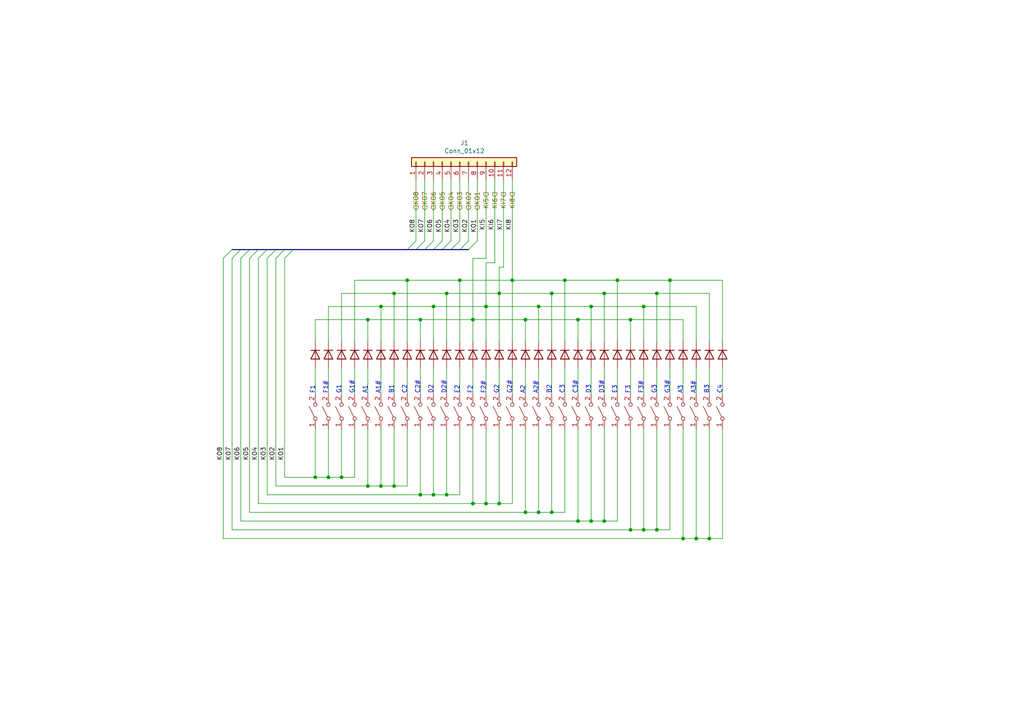
<source format=kicad_sch>
(kicad_sch (version 20201015) (generator eeschema)
  (paper "A4")
  (lib_symbols
    (symbol "Connector_Generic:Conn_01x12" (pin_names (offset 1.016) hide)
      (property "Reference" "J" (at 0 15.24 0))
      (property "Value" "Conn_01x12" (at 0 -17.78 0))
      (symbol "Conn_01x12_1_1"
        (rectangle (start -1.27 -4.953) (end 0 -5.207) (stroke (width 0.1524)))
        (rectangle (start -1.27 -7.493) (end 0 -7.747) (stroke (width 0.1524)))
        (rectangle (start -1.27 -10.033) (end 0 -10.287) (stroke (width 0.1524)))
        (rectangle (start -1.27 -12.573) (end 0 -12.827) (stroke (width 0.1524)))
        (rectangle (start -1.27 -15.113) (end 0 -15.367) (stroke (width 0.1524)))
        (rectangle (start -1.27 -2.413) (end 0 -2.667) (stroke (width 0.1524)))
        (rectangle (start -1.27 2.667) (end 0 2.413) (stroke (width 0.1524)))
        (rectangle (start -1.27 5.207) (end 0 4.953) (stroke (width 0.1524)))
        (rectangle (start -1.27 7.747) (end 0 7.493) (stroke (width 0.1524)))
        (rectangle (start -1.27 10.287) (end 0 10.033) (stroke (width 0.1524)))
        (rectangle (start -1.27 0.127) (end 0 -0.127) (stroke (width 0.1524)))
        (rectangle (start -1.27 12.827) (end 0 12.573) (stroke (width 0.1524)))
        (rectangle (start -1.27 13.97) (end 1.27 -16.51) (stroke (width 0.254)) (fill (type background)))
        (pin passive line (at -5.08 12.7 0) (length 3.81) (name "Pin_1") (number "1"))
        (pin passive line (at -5.08 -10.16 0) (length 3.81) (name "Pin_10") (number "10"))
        (pin passive line (at -5.08 -12.7 0) (length 3.81) (name "Pin_11") (number "11"))
        (pin passive line (at -5.08 -15.24 0) (length 3.81) (name "Pin_12") (number "12"))
        (pin passive line (at -5.08 10.16 0) (length 3.81) (name "Pin_2") (number "2"))
        (pin passive line (at -5.08 7.62 0) (length 3.81) (name "Pin_3") (number "3"))
        (pin passive line (at -5.08 5.08 0) (length 3.81) (name "Pin_4") (number "4"))
        (pin passive line (at -5.08 2.54 0) (length 3.81) (name "Pin_5") (number "5"))
        (pin passive line (at -5.08 0 0) (length 3.81) (name "Pin_6") (number "6"))
        (pin passive line (at -5.08 -2.54 0) (length 3.81) (name "Pin_7") (number "7"))
        (pin passive line (at -5.08 -5.08 0) (length 3.81) (name "Pin_8") (number "8"))
        (pin passive line (at -5.08 -7.62 0) (length 3.81) (name "Pin_9") (number "9"))
      )
    )
    (symbol "Device:D" (pin_numbers hide) (pin_names (offset 1.016) hide)
      (property "Reference" "D" (at 0 2.54 0))
      (property "Value" "D" (at 0 -2.54 0))
      (symbol "D_0_1"
        (polyline (pts (xy -1.27 1.27) (xy -1.27 -1.27)) (stroke (width 0.254)))
        (polyline (pts (xy 1.27 0) (xy -1.27 0)))
        (polyline (pts (xy 1.27 1.27) (xy 1.27 -1.27) (xy -1.27 0) (xy 1.27 1.27)) (stroke (width 0.254)))
      )
      (symbol "D_1_1"
        (pin passive line (at -3.81 0 0) (length 2.54) (name "K") (number "1"))
        (pin passive line (at 3.81 0 180) (length 2.54) (name "A") (number "2"))
      )
    )
    (symbol "Switch:SW_SPST" (pin_names (offset 0) hide)
      (property "Reference" "SW" (at 0 3.175 0))
      (property "Value" "SW_SPST" (at 0 -2.54 0))
      (symbol "SW_SPST_0_0"
        (circle (center -2.032 0) (radius 0.508))
        (circle (center 2.032 0) (radius 0.508))
        (polyline (pts (xy -1.524 0.254) (xy 1.524 1.778)))
      )
      (symbol "SW_SPST_1_1"
        (pin passive line (at -5.08 0 0) (length 2.54) (name "A") (number "1"))
        (pin passive line (at 5.08 0 180) (length 2.54) (name "B") (number "2"))
      )
    )
  )
  (junction (at 91.44 138.43) (diameter 0.9144))
  (junction (at 95.25 138.43) (diameter 0.9144))
  (junction (at 99.06 138.43) (diameter 0.9144))
  (junction (at 106.68 92.71) (diameter 0.9144))
  (junction (at 106.68 140.97) (diameter 0.9144))
  (junction (at 110.49 88.9) (diameter 0.9144))
  (junction (at 110.49 140.97) (diameter 0.9144))
  (junction (at 114.3 85.09) (diameter 0.9144))
  (junction (at 114.3 140.97) (diameter 0.9144))
  (junction (at 118.11 81.28) (diameter 0.9144))
  (junction (at 121.92 92.71) (diameter 0.9144))
  (junction (at 121.92 143.51) (diameter 0.9144))
  (junction (at 125.73 88.9) (diameter 0.9144))
  (junction (at 125.73 143.51) (diameter 0.9144))
  (junction (at 129.54 85.09) (diameter 0.9144))
  (junction (at 129.54 143.51) (diameter 0.9144))
  (junction (at 133.35 81.28) (diameter 0.9144))
  (junction (at 137.16 92.71) (diameter 0.9144))
  (junction (at 137.16 146.05) (diameter 0.9144))
  (junction (at 140.97 88.9) (diameter 0.9144))
  (junction (at 140.97 146.05) (diameter 0.9144))
  (junction (at 144.78 85.09) (diameter 0.9144))
  (junction (at 144.78 146.05) (diameter 0.9144))
  (junction (at 148.59 81.28) (diameter 0.9144))
  (junction (at 152.4 92.71) (diameter 0.9144))
  (junction (at 152.4 148.59) (diameter 0.9144))
  (junction (at 156.21 88.9) (diameter 0.9144))
  (junction (at 156.21 148.59) (diameter 0.9144))
  (junction (at 160.02 85.09) (diameter 0.9144))
  (junction (at 160.02 148.59) (diameter 0.9144))
  (junction (at 163.83 81.28) (diameter 0.9144))
  (junction (at 167.64 92.71) (diameter 0.9144))
  (junction (at 167.64 151.13) (diameter 0.9144))
  (junction (at 171.45 88.9) (diameter 0.9144))
  (junction (at 171.45 151.13) (diameter 0.9144))
  (junction (at 175.26 85.09) (diameter 0.9144))
  (junction (at 175.26 151.13) (diameter 0.9144))
  (junction (at 179.07 81.28) (diameter 0.9144))
  (junction (at 182.88 92.71) (diameter 0.9144))
  (junction (at 182.88 153.67) (diameter 0.9144))
  (junction (at 186.69 88.9) (diameter 0.9144))
  (junction (at 186.69 153.67) (diameter 0.9144))
  (junction (at 190.5 85.09) (diameter 0.9144))
  (junction (at 190.5 153.67) (diameter 0.9144))
  (junction (at 194.31 81.28) (diameter 0.9144))
  (junction (at 198.12 156.21) (diameter 0.9144))
  (junction (at 201.93 156.21) (diameter 0.9144))
  (junction (at 205.74 156.21) (diameter 0.9144))
  (bus_entry (at 64.77 74.93) (size 2.54 -2.54) (stroke (width 0.1524)))
  (bus_entry (at 67.31 74.93) (size 2.54 -2.54) (stroke (width 0.1524)))
  (bus_entry (at 69.85 74.93) (size 2.54 -2.54) (stroke (width 0.1524)))
  (bus_entry (at 72.39 74.93) (size 2.54 -2.54) (stroke (width 0.1524)))
  (bus_entry (at 74.93 74.93) (size 2.54 -2.54) (stroke (width 0.1524)))
  (bus_entry (at 77.47 74.93) (size 2.54 -2.54) (stroke (width 0.1524)))
  (bus_entry (at 80.01 74.93) (size 2.54 -2.54) (stroke (width 0.1524)))
  (bus_entry (at 82.55 74.93) (size 2.54 -2.54) (stroke (width 0.1524)))
  (bus_entry (at 120.65 69.85) (size -2.54 2.54) (stroke (width 0.1524)))
  (bus_entry (at 123.19 69.85) (size -2.54 2.54) (stroke (width 0.1524)))
  (bus_entry (at 125.73 69.85) (size -2.54 2.54) (stroke (width 0.1524)))
  (bus_entry (at 128.27 69.85) (size -2.54 2.54) (stroke (width 0.1524)))
  (bus_entry (at 130.81 69.85) (size -2.54 2.54) (stroke (width 0.1524)))
  (bus_entry (at 133.35 69.85) (size -2.54 2.54) (stroke (width 0.1524)))
  (bus_entry (at 135.89 69.85) (size -2.54 2.54) (stroke (width 0.1524)))
  (bus_entry (at 138.43 69.85) (size -2.54 2.54) (stroke (width 0.1524)))
  (wire (pts (xy 64.77 74.93) (xy 64.77 156.21)))
  (wire (pts (xy 64.77 156.21) (xy 198.12 156.21)))
  (wire (pts (xy 67.31 74.93) (xy 67.31 153.67)))
  (wire (pts (xy 67.31 153.67) (xy 182.88 153.67)))
  (wire (pts (xy 69.85 74.93) (xy 69.85 151.13)))
  (wire (pts (xy 69.85 151.13) (xy 167.64 151.13)))
  (wire (pts (xy 72.39 74.93) (xy 72.39 148.59)))
  (wire (pts (xy 72.39 148.59) (xy 152.4 148.59)))
  (wire (pts (xy 74.93 74.93) (xy 74.93 146.05)))
  (wire (pts (xy 74.93 146.05) (xy 137.16 146.05)))
  (wire (pts (xy 77.47 74.93) (xy 77.47 143.51)))
  (wire (pts (xy 77.47 143.51) (xy 121.92 143.51)))
  (wire (pts (xy 80.01 74.93) (xy 80.01 140.97)))
  (wire (pts (xy 80.01 140.97) (xy 106.68 140.97)))
  (wire (pts (xy 82.55 74.93) (xy 82.55 138.43)))
  (wire (pts (xy 82.55 138.43) (xy 91.44 138.43)))
  (wire (pts (xy 91.44 92.71) (xy 91.44 99.06)))
  (wire (pts (xy 91.44 106.68) (xy 91.44 114.3)))
  (wire (pts (xy 91.44 124.46) (xy 91.44 138.43)))
  (wire (pts (xy 91.44 138.43) (xy 95.25 138.43)))
  (wire (pts (xy 95.25 88.9) (xy 95.25 99.06)))
  (wire (pts (xy 95.25 106.68) (xy 95.25 114.3)))
  (wire (pts (xy 95.25 124.46) (xy 95.25 138.43)))
  (wire (pts (xy 95.25 138.43) (xy 99.06 138.43)))
  (wire (pts (xy 99.06 85.09) (xy 114.3 85.09)))
  (wire (pts (xy 99.06 99.06) (xy 99.06 85.09)))
  (wire (pts (xy 99.06 106.68) (xy 99.06 114.3)))
  (wire (pts (xy 99.06 124.46) (xy 99.06 138.43)))
  (wire (pts (xy 99.06 138.43) (xy 102.87 138.43)))
  (wire (pts (xy 102.87 81.28) (xy 102.87 99.06)))
  (wire (pts (xy 102.87 106.68) (xy 102.87 114.3)))
  (wire (pts (xy 102.87 124.46) (xy 102.87 138.43)))
  (wire (pts (xy 106.68 92.71) (xy 91.44 92.71)))
  (wire (pts (xy 106.68 99.06) (xy 106.68 92.71)))
  (wire (pts (xy 106.68 106.68) (xy 106.68 114.3)))
  (wire (pts (xy 106.68 124.46) (xy 106.68 140.97)))
  (wire (pts (xy 106.68 140.97) (xy 110.49 140.97)))
  (wire (pts (xy 110.49 88.9) (xy 95.25 88.9)))
  (wire (pts (xy 110.49 99.06) (xy 110.49 88.9)))
  (wire (pts (xy 110.49 106.68) (xy 110.49 114.3)))
  (wire (pts (xy 110.49 124.46) (xy 110.49 140.97)))
  (wire (pts (xy 114.3 85.09) (xy 129.54 85.09)))
  (wire (pts (xy 114.3 99.06) (xy 114.3 85.09)))
  (wire (pts (xy 114.3 106.68) (xy 114.3 114.3)))
  (wire (pts (xy 114.3 124.46) (xy 114.3 140.97)))
  (wire (pts (xy 114.3 140.97) (xy 110.49 140.97)))
  (wire (pts (xy 118.11 81.28) (xy 102.87 81.28)))
  (wire (pts (xy 118.11 99.06) (xy 118.11 81.28)))
  (wire (pts (xy 118.11 106.68) (xy 118.11 114.3)))
  (wire (pts (xy 118.11 124.46) (xy 118.11 140.97)))
  (wire (pts (xy 118.11 140.97) (xy 114.3 140.97)))
  (wire (pts (xy 120.65 52.07) (xy 120.65 69.85)))
  (wire (pts (xy 121.92 92.71) (xy 106.68 92.71)))
  (wire (pts (xy 121.92 92.71) (xy 121.92 99.06)))
  (wire (pts (xy 121.92 106.68) (xy 121.92 114.3)))
  (wire (pts (xy 121.92 124.46) (xy 121.92 143.51)))
  (wire (pts (xy 121.92 143.51) (xy 125.73 143.51)))
  (wire (pts (xy 123.19 52.07) (xy 123.19 69.85)))
  (wire (pts (xy 125.73 52.07) (xy 125.73 69.85)))
  (wire (pts (xy 125.73 88.9) (xy 110.49 88.9)))
  (wire (pts (xy 125.73 99.06) (xy 125.73 88.9)))
  (wire (pts (xy 125.73 106.68) (xy 125.73 114.3)))
  (wire (pts (xy 125.73 124.46) (xy 125.73 143.51)))
  (wire (pts (xy 128.27 52.07) (xy 128.27 69.85)))
  (wire (pts (xy 129.54 85.09) (xy 144.78 85.09)))
  (wire (pts (xy 129.54 99.06) (xy 129.54 85.09)))
  (wire (pts (xy 129.54 106.68) (xy 129.54 114.3)))
  (wire (pts (xy 129.54 124.46) (xy 129.54 143.51)))
  (wire (pts (xy 129.54 143.51) (xy 125.73 143.51)))
  (wire (pts (xy 130.81 52.07) (xy 130.81 69.85)))
  (wire (pts (xy 133.35 52.07) (xy 133.35 69.85)))
  (wire (pts (xy 133.35 81.28) (xy 118.11 81.28)))
  (wire (pts (xy 133.35 99.06) (xy 133.35 81.28)))
  (wire (pts (xy 133.35 106.68) (xy 133.35 114.3)))
  (wire (pts (xy 133.35 124.46) (xy 133.35 143.51)))
  (wire (pts (xy 133.35 143.51) (xy 129.54 143.51)))
  (wire (pts (xy 135.89 52.07) (xy 135.89 69.85)))
  (wire (pts (xy 137.16 74.93) (xy 137.16 92.71)))
  (wire (pts (xy 137.16 92.71) (xy 121.92 92.71)))
  (wire (pts (xy 137.16 99.06) (xy 137.16 92.71)))
  (wire (pts (xy 137.16 106.68) (xy 137.16 114.3)))
  (wire (pts (xy 137.16 124.46) (xy 137.16 146.05)))
  (wire (pts (xy 137.16 146.05) (xy 140.97 146.05)))
  (wire (pts (xy 138.43 52.07) (xy 138.43 69.85)))
  (wire (pts (xy 140.97 52.07) (xy 140.97 74.93)))
  (wire (pts (xy 140.97 74.93) (xy 137.16 74.93)))
  (wire (pts (xy 140.97 76.2) (xy 140.97 88.9)))
  (wire (pts (xy 140.97 88.9) (xy 125.73 88.9)))
  (wire (pts (xy 140.97 99.06) (xy 140.97 88.9)))
  (wire (pts (xy 140.97 106.68) (xy 140.97 114.3)))
  (wire (pts (xy 140.97 124.46) (xy 140.97 146.05)))
  (wire (pts (xy 143.51 52.07) (xy 143.51 76.2)))
  (wire (pts (xy 143.51 76.2) (xy 140.97 76.2)))
  (wire (pts (xy 144.78 77.47) (xy 144.78 85.09)))
  (wire (pts (xy 144.78 85.09) (xy 160.02 85.09)))
  (wire (pts (xy 144.78 99.06) (xy 144.78 85.09)))
  (wire (pts (xy 144.78 106.68) (xy 144.78 114.3)))
  (wire (pts (xy 144.78 124.46) (xy 144.78 146.05)))
  (wire (pts (xy 144.78 146.05) (xy 140.97 146.05)))
  (wire (pts (xy 146.05 52.07) (xy 146.05 77.47)))
  (wire (pts (xy 146.05 77.47) (xy 144.78 77.47)))
  (wire (pts (xy 148.59 52.07) (xy 148.59 81.28)))
  (wire (pts (xy 148.59 81.28) (xy 133.35 81.28)))
  (wire (pts (xy 148.59 99.06) (xy 148.59 81.28)))
  (wire (pts (xy 148.59 106.68) (xy 148.59 114.3)))
  (wire (pts (xy 148.59 124.46) (xy 148.59 146.05)))
  (wire (pts (xy 148.59 146.05) (xy 144.78 146.05)))
  (wire (pts (xy 152.4 92.71) (xy 137.16 92.71)))
  (wire (pts (xy 152.4 99.06) (xy 152.4 92.71)))
  (wire (pts (xy 152.4 106.68) (xy 152.4 114.3)))
  (wire (pts (xy 152.4 124.46) (xy 152.4 148.59)))
  (wire (pts (xy 152.4 148.59) (xy 156.21 148.59)))
  (wire (pts (xy 156.21 88.9) (xy 140.97 88.9)))
  (wire (pts (xy 156.21 99.06) (xy 156.21 88.9)))
  (wire (pts (xy 156.21 106.68) (xy 156.21 114.3)))
  (wire (pts (xy 156.21 124.46) (xy 156.21 148.59)))
  (wire (pts (xy 156.21 148.59) (xy 160.02 148.59)))
  (wire (pts (xy 160.02 85.09) (xy 175.26 85.09)))
  (wire (pts (xy 160.02 99.06) (xy 160.02 85.09)))
  (wire (pts (xy 160.02 106.68) (xy 160.02 114.3)))
  (wire (pts (xy 160.02 124.46) (xy 160.02 148.59)))
  (wire (pts (xy 160.02 148.59) (xy 163.83 148.59)))
  (wire (pts (xy 163.83 81.28) (xy 148.59 81.28)))
  (wire (pts (xy 163.83 99.06) (xy 163.83 81.28)))
  (wire (pts (xy 163.83 106.68) (xy 163.83 114.3)))
  (wire (pts (xy 163.83 124.46) (xy 163.83 148.59)))
  (wire (pts (xy 167.64 92.71) (xy 152.4 92.71)))
  (wire (pts (xy 167.64 99.06) (xy 167.64 92.71)))
  (wire (pts (xy 167.64 106.68) (xy 167.64 114.3)))
  (wire (pts (xy 167.64 124.46) (xy 167.64 151.13)))
  (wire (pts (xy 167.64 151.13) (xy 171.45 151.13)))
  (wire (pts (xy 171.45 88.9) (xy 156.21 88.9)))
  (wire (pts (xy 171.45 99.06) (xy 171.45 88.9)))
  (wire (pts (xy 171.45 106.68) (xy 171.45 114.3)))
  (wire (pts (xy 171.45 124.46) (xy 171.45 151.13)))
  (wire (pts (xy 171.45 151.13) (xy 175.26 151.13)))
  (wire (pts (xy 175.26 85.09) (xy 190.5 85.09)))
  (wire (pts (xy 175.26 99.06) (xy 175.26 85.09)))
  (wire (pts (xy 175.26 106.68) (xy 175.26 114.3)))
  (wire (pts (xy 175.26 124.46) (xy 175.26 151.13)))
  (wire (pts (xy 175.26 151.13) (xy 179.07 151.13)))
  (wire (pts (xy 179.07 81.28) (xy 163.83 81.28)))
  (wire (pts (xy 179.07 99.06) (xy 179.07 81.28)))
  (wire (pts (xy 179.07 106.68) (xy 179.07 114.3)))
  (wire (pts (xy 179.07 124.46) (xy 179.07 151.13)))
  (wire (pts (xy 182.88 92.71) (xy 167.64 92.71)))
  (wire (pts (xy 182.88 99.06) (xy 182.88 92.71)))
  (wire (pts (xy 182.88 106.68) (xy 182.88 114.3)))
  (wire (pts (xy 182.88 124.46) (xy 182.88 153.67)))
  (wire (pts (xy 182.88 153.67) (xy 186.69 153.67)))
  (wire (pts (xy 186.69 88.9) (xy 171.45 88.9)))
  (wire (pts (xy 186.69 99.06) (xy 186.69 88.9)))
  (wire (pts (xy 186.69 106.68) (xy 186.69 114.3)))
  (wire (pts (xy 186.69 124.46) (xy 186.69 153.67)))
  (wire (pts (xy 186.69 153.67) (xy 190.5 153.67)))
  (wire (pts (xy 190.5 85.09) (xy 205.74 85.09)))
  (wire (pts (xy 190.5 99.06) (xy 190.5 85.09)))
  (wire (pts (xy 190.5 106.68) (xy 190.5 114.3)))
  (wire (pts (xy 190.5 124.46) (xy 190.5 153.67)))
  (wire (pts (xy 190.5 153.67) (xy 194.31 153.67)))
  (wire (pts (xy 194.31 81.28) (xy 179.07 81.28)))
  (wire (pts (xy 194.31 99.06) (xy 194.31 81.28)))
  (wire (pts (xy 194.31 106.68) (xy 194.31 114.3)))
  (wire (pts (xy 194.31 124.46) (xy 194.31 153.67)))
  (wire (pts (xy 198.12 92.71) (xy 182.88 92.71)))
  (wire (pts (xy 198.12 99.06) (xy 198.12 92.71)))
  (wire (pts (xy 198.12 106.68) (xy 198.12 114.3)))
  (wire (pts (xy 198.12 124.46) (xy 198.12 156.21)))
  (wire (pts (xy 198.12 156.21) (xy 201.93 156.21)))
  (wire (pts (xy 201.93 88.9) (xy 186.69 88.9)))
  (wire (pts (xy 201.93 99.06) (xy 201.93 88.9)))
  (wire (pts (xy 201.93 106.68) (xy 201.93 114.3)))
  (wire (pts (xy 201.93 124.46) (xy 201.93 156.21)))
  (wire (pts (xy 201.93 156.21) (xy 205.74 156.21)))
  (wire (pts (xy 205.74 85.09) (xy 205.74 99.06)))
  (wire (pts (xy 205.74 106.68) (xy 205.74 114.3)))
  (wire (pts (xy 205.74 124.46) (xy 205.74 156.21)))
  (wire (pts (xy 205.74 156.21) (xy 209.55 156.21)))
  (wire (pts (xy 209.55 81.28) (xy 194.31 81.28)))
  (wire (pts (xy 209.55 99.06) (xy 209.55 81.28)))
  (wire (pts (xy 209.55 106.68) (xy 209.55 114.3)))
  (wire (pts (xy 209.55 124.46) (xy 209.55 156.21)))
  (bus (pts (xy 67.31 72.39) (xy 69.85 72.39)))
  (bus (pts (xy 69.85 72.39) (xy 72.39 72.39)))
  (bus (pts (xy 72.39 72.39) (xy 74.93 72.39)))
  (bus (pts (xy 74.93 72.39) (xy 77.47 72.39)))
  (bus (pts (xy 77.47 72.39) (xy 80.01 72.39)))
  (bus (pts (xy 80.01 72.39) (xy 82.55 72.39)))
  (bus (pts (xy 82.55 72.39) (xy 85.09 72.39)))
  (bus (pts (xy 85.09 72.39) (xy 118.11 72.39)))
  (bus (pts (xy 118.11 72.39) (xy 120.65 72.39)))
  (bus (pts (xy 120.65 72.39) (xy 123.19 72.39)))
  (bus (pts (xy 123.19 72.39) (xy 125.73 72.39)))
  (bus (pts (xy 125.73 72.39) (xy 128.27 72.39)))
  (bus (pts (xy 128.27 72.39) (xy 130.81 72.39)))
  (bus (pts (xy 130.81 72.39) (xy 133.35 72.39)))
  (bus (pts (xy 133.35 72.39) (xy 135.89 72.39)))
  (text "F1" (at 91.44 114.3 90) (effects (font (size 1.27 1.27)) (justify left bottom)))
  (text "F1#" (at 95.25 114.3 90) (effects (font (size 1.27 1.27)) (justify left bottom)))
  (text "G1" (at 99.06 114.3 90) (effects (font (size 1.27 1.27)) (justify left bottom)))
  (text "G1#" (at 102.87 114.3 90) (effects (font (size 1.27 1.27)) (justify left bottom)))
  (text "A1" (at 106.68 114.3 90) (effects (font (size 1.27 1.27)) (justify left bottom)))
  (text "A1#" (at 110.49 114.3 90) (effects (font (size 1.27 1.27)) (justify left bottom)))
  (text "B1" (at 114.3 114.3 90) (effects (font (size 1.27 1.27)) (justify left bottom)))
  (text "C2" (at 118.11 114.3 90) (effects (font (size 1.27 1.27)) (justify left bottom)))
  (text "C2#" (at 121.92 114.3 90) (effects (font (size 1.27 1.27)) (justify left bottom)))
  (text "D2" (at 125.73 114.3 90) (effects (font (size 1.27 1.27)) (justify left bottom)))
  (text "D2#" (at 129.54 114.3 90) (effects (font (size 1.27 1.27)) (justify left bottom)))
  (text "E2" (at 133.35 114.3 90) (effects (font (size 1.27 1.27)) (justify left bottom)))
  (text "F2" (at 137.16 114.3 90) (effects (font (size 1.27 1.27)) (justify left bottom)))
  (text "F2#" (at 140.97 114.3 90) (effects (font (size 1.27 1.27)) (justify left bottom)))
  (text "G2" (at 144.78 114.3 90) (effects (font (size 1.27 1.27)) (justify left bottom)))
  (text "G2#" (at 148.59 114.3 90) (effects (font (size 1.27 1.27)) (justify left bottom)))
  (text "A2" (at 152.4 114.3 90) (effects (font (size 1.27 1.27)) (justify left bottom)))
  (text "A2#" (at 156.21 114.3 90) (effects (font (size 1.27 1.27)) (justify left bottom)))
  (text "B2" (at 160.02 114.3 90) (effects (font (size 1.27 1.27)) (justify left bottom)))
  (text "C3" (at 163.83 114.3 90) (effects (font (size 1.27 1.27)) (justify left bottom)))
  (text "C3#" (at 167.64 114.3 90) (effects (font (size 1.27 1.27)) (justify left bottom)))
  (text "D3" (at 171.45 114.3 90) (effects (font (size 1.27 1.27)) (justify left bottom)))
  (text "D3#" (at 175.26 114.3 90) (effects (font (size 1.27 1.27)) (justify left bottom)))
  (text "E3" (at 179.07 114.3 90) (effects (font (size 1.27 1.27)) (justify left bottom)))
  (text "F3" (at 182.88 114.3 90) (effects (font (size 1.27 1.27)) (justify left bottom)))
  (text "F3#" (at 186.69 114.3 90) (effects (font (size 1.27 1.27)) (justify left bottom)))
  (text "G3" (at 190.5 114.3 90) (effects (font (size 1.27 1.27)) (justify left bottom)))
  (text "G3#" (at 194.31 114.3 90) (effects (font (size 1.27 1.27)) (justify left bottom)))
  (text "A3" (at 198.12 114.3 90) (effects (font (size 1.27 1.27)) (justify left bottom)))
  (text "A3#" (at 201.93 114.3 90) (effects (font (size 1.27 1.27)) (justify left bottom)))
  (text "B3" (at 205.74 114.3 90) (effects (font (size 1.27 1.27)) (justify left bottom)))
  (text "C4" (at 209.55 114.3 90) (effects (font (size 1.27 1.27)) (justify left bottom)))
  (label "KO8" (at 64.77 129.54 270))
  (label "KO7" (at 67.31 129.54 270))
  (label "KO6" (at 69.85 129.54 270))
  (label "KO5" (at 72.39 129.54 270))
  (label "KO4" (at 74.93 129.54 270))
  (label "KO3" (at 77.47 129.54 270))
  (label "KO2" (at 80.01 129.54 270))
  (label "KO1" (at 82.55 129.54 270))
  (label "KO8" (at 120.65 63.5 270))
  (label "KO7" (at 123.19 63.5 270))
  (label "KO6" (at 125.73 63.5 270))
  (label "KO5" (at 128.27 63.5 270))
  (label "KO4" (at 130.81 63.5 270))
  (label "KO3" (at 133.35 63.5 270))
  (label "KO2" (at 135.89 63.5 270))
  (label "KO1" (at 138.43 63.5 270))
  (label "KI5" (at 140.97 63.5 270))
  (label "KI6" (at 143.51 63.5 270))
  (label "KI7" (at 146.05 63.5 270))
  (label "KI8" (at 148.59 63.5 270))
  (hierarchical_label "KO8" (shape input) (at 120.65 60.96 90))
  (hierarchical_label "KO7" (shape input) (at 123.19 60.96 90))
  (hierarchical_label "KO6" (shape input) (at 125.73 60.96 90))
  (hierarchical_label "KO5" (shape input) (at 128.27 60.96 90))
  (hierarchical_label "KO4" (shape input) (at 130.81 60.96 90))
  (hierarchical_label "KO3" (shape input) (at 133.35 60.96 90))
  (hierarchical_label "KO2" (shape input) (at 135.89 60.96 90))
  (hierarchical_label "KO1" (shape input) (at 138.43 60.96 90))
  (hierarchical_label "KI5" (shape output) (at 140.97 55.88 270))
  (hierarchical_label "KI6" (shape output) (at 143.51 55.88 270))
  (hierarchical_label "KI7" (shape output) (at 146.05 55.88 270))
  (hierarchical_label "KI8" (shape output) (at 148.59 55.88 270))
  (symbol (lib_id "Device:D") (at 91.44 102.87 270) (unit 1)
    (property "Reference" "D1" (effects hide))
    (property "Value" "D" (effects hide))
  )
  (symbol (lib_id "Device:D") (at 95.25 102.87 270) (unit 1)
    (property "Reference" "D2" (effects hide))
    (property "Value" "D" (effects hide))
  )
  (symbol (lib_id "Device:D") (at 99.06 102.87 270) (unit 1)
    (property "Reference" "D3" (effects hide))
    (property "Value" "D" (effects hide))
  )
  (symbol (lib_id "Device:D") (at 102.87 102.87 270) (unit 1)
    (property "Reference" "D4" (effects hide))
    (property "Value" "D" (effects hide))
  )
  (symbol (lib_id "Device:D") (at 106.68 102.87 270) (unit 1)
    (property "Reference" "D5" (effects hide))
    (property "Value" "D" (effects hide))
  )
  (symbol (lib_id "Device:D") (at 110.49 102.87 270) (unit 1)
    (property "Reference" "D6" (effects hide))
    (property "Value" "D" (effects hide))
  )
  (symbol (lib_id "Device:D") (at 114.3 102.87 270) (unit 1)
    (property "Reference" "D7" (effects hide))
    (property "Value" "D" (effects hide))
  )
  (symbol (lib_id "Device:D") (at 118.11 102.87 270) (unit 1)
    (property "Reference" "D8" (effects hide))
    (property "Value" "D" (effects hide))
  )
  (symbol (lib_id "Device:D") (at 121.92 102.87 270) (unit 1)
    (property "Reference" "D9" (effects hide))
    (property "Value" "D" (effects hide))
  )
  (symbol (lib_id "Device:D") (at 125.73 102.87 270) (unit 1)
    (property "Reference" "D10" (effects hide))
    (property "Value" "D" (effects hide))
  )
  (symbol (lib_id "Device:D") (at 129.54 102.87 270) (unit 1)
    (property "Reference" "D11" (effects hide))
    (property "Value" "D" (effects hide))
  )
  (symbol (lib_id "Device:D") (at 133.35 102.87 270) (unit 1)
    (property "Reference" "D12" (effects hide))
    (property "Value" "D" (effects hide))
  )
  (symbol (lib_id "Device:D") (at 137.16 102.87 270) (unit 1)
    (property "Reference" "D13" (effects hide))
    (property "Value" "D" (effects hide))
  )
  (symbol (lib_id "Device:D") (at 140.97 102.87 270) (unit 1)
    (property "Reference" "D14" (effects hide))
    (property "Value" "D" (effects hide))
  )
  (symbol (lib_id "Device:D") (at 144.78 102.87 270) (unit 1)
    (property "Reference" "D15" (effects hide))
    (property "Value" "D" (effects hide))
  )
  (symbol (lib_id "Device:D") (at 148.59 102.87 270) (unit 1)
    (property "Reference" "D16" (effects hide))
    (property "Value" "D" (effects hide))
  )
  (symbol (lib_id "Device:D") (at 152.4 102.87 270) (unit 1)
    (property "Reference" "D17" (effects hide))
    (property "Value" "D" (effects hide))
  )
  (symbol (lib_id "Device:D") (at 156.21 102.87 270) (unit 1)
    (property "Reference" "D18" (effects hide))
    (property "Value" "D" (effects hide))
  )
  (symbol (lib_id "Device:D") (at 160.02 102.87 270) (unit 1)
    (property "Reference" "D19" (effects hide))
    (property "Value" "D" (effects hide))
  )
  (symbol (lib_id "Device:D") (at 163.83 102.87 270) (unit 1)
    (property "Reference" "D20" (effects hide))
    (property "Value" "D" (effects hide))
  )
  (symbol (lib_id "Device:D") (at 167.64 102.87 270) (unit 1)
    (property "Reference" "D21" (effects hide))
    (property "Value" "D" (effects hide))
  )
  (symbol (lib_id "Device:D") (at 171.45 102.87 270) (unit 1)
    (property "Reference" "D22" (effects hide))
    (property "Value" "D" (effects hide))
  )
  (symbol (lib_id "Device:D") (at 175.26 102.87 270) (unit 1)
    (property "Reference" "D23" (effects hide))
    (property "Value" "D" (effects hide))
  )
  (symbol (lib_id "Device:D") (at 179.07 102.87 270) (unit 1)
    (property "Reference" "D24" (effects hide))
    (property "Value" "D" (effects hide))
  )
  (symbol (lib_id "Device:D") (at 182.88 102.87 270) (unit 1)
    (property "Reference" "D25" (effects hide))
    (property "Value" "D" (effects hide))
  )
  (symbol (lib_id "Device:D") (at 186.69 102.87 270) (unit 1)
    (property "Reference" "D26" (effects hide))
    (property "Value" "D" (effects hide))
  )
  (symbol (lib_id "Device:D") (at 190.5 102.87 270) (unit 1)
    (property "Reference" "D27" (effects hide))
    (property "Value" "D" (effects hide))
  )
  (symbol (lib_id "Device:D") (at 194.31 102.87 270) (unit 1)
    (property "Reference" "D28" (effects hide))
    (property "Value" "D" (effects hide))
  )
  (symbol (lib_id "Device:D") (at 198.12 102.87 270) (unit 1)
    (property "Reference" "D29" (effects hide))
    (property "Value" "D" (effects hide))
  )
  (symbol (lib_id "Device:D") (at 201.93 102.87 270) (unit 1)
    (property "Reference" "D30" (effects hide))
    (property "Value" "D" (effects hide))
  )
  (symbol (lib_id "Device:D") (at 205.74 102.87 270) (unit 1)
    (property "Reference" "D31" (effects hide))
    (property "Value" "D" (effects hide))
  )
  (symbol (lib_id "Device:D") (at 209.55 102.87 270) (unit 1)
    (property "Reference" "D32" (effects hide))
    (property "Value" "D" (effects hide))
  )
  (symbol (lib_id "Switch:SW_SPST") (at 91.44 119.38 90) (unit 1)
    (property "Reference" "SW1" (effects hide))
    (property "Value" "F1" (effects hide))
  )
  (symbol (lib_id "Switch:SW_SPST") (at 95.25 119.38 90) (unit 1)
    (property "Reference" "SW2" (effects hide))
    (property "Value" "F1" (effects hide))
  )
  (symbol (lib_id "Switch:SW_SPST") (at 99.06 119.38 90) (unit 1)
    (property "Reference" "SW3" (effects hide))
    (property "Value" "F1" (effects hide))
  )
  (symbol (lib_id "Switch:SW_SPST") (at 102.87 119.38 90) (unit 1)
    (property "Reference" "SW4" (effects hide))
    (property "Value" "F1" (effects hide))
  )
  (symbol (lib_id "Switch:SW_SPST") (at 106.68 119.38 90) (unit 1)
    (property "Reference" "SW5" (effects hide))
    (property "Value" "F1" (effects hide))
  )
  (symbol (lib_id "Switch:SW_SPST") (at 110.49 119.38 90) (unit 1)
    (property "Reference" "SW6" (effects hide))
    (property "Value" "F1" (effects hide))
  )
  (symbol (lib_id "Switch:SW_SPST") (at 114.3 119.38 90) (unit 1)
    (property "Reference" "SW7" (effects hide))
    (property "Value" "F1" (effects hide))
  )
  (symbol (lib_id "Switch:SW_SPST") (at 118.11 119.38 90) (unit 1)
    (property "Reference" "SW8" (effects hide))
    (property "Value" "F1" (effects hide))
  )
  (symbol (lib_id "Switch:SW_SPST") (at 121.92 119.38 90) (unit 1)
    (property "Reference" "SW9" (effects hide))
    (property "Value" "F1" (effects hide))
  )
  (symbol (lib_id "Switch:SW_SPST") (at 125.73 119.38 90) (unit 1)
    (property "Reference" "SW10" (effects hide))
    (property "Value" "F1" (effects hide))
  )
  (symbol (lib_id "Switch:SW_SPST") (at 129.54 119.38 90) (unit 1)
    (property "Reference" "SW11" (effects hide))
    (property "Value" "F1" (effects hide))
  )
  (symbol (lib_id "Switch:SW_SPST") (at 133.35 119.38 90) (unit 1)
    (property "Reference" "SW12" (effects hide))
    (property "Value" "F1" (effects hide))
  )
  (symbol (lib_id "Switch:SW_SPST") (at 137.16 119.38 90) (unit 1)
    (property "Reference" "SW13" (effects hide))
    (property "Value" "F1" (effects hide))
  )
  (symbol (lib_id "Switch:SW_SPST") (at 140.97 119.38 90) (unit 1)
    (property "Reference" "SW14" (effects hide))
    (property "Value" "F1" (effects hide))
  )
  (symbol (lib_id "Switch:SW_SPST") (at 144.78 119.38 90) (unit 1)
    (property "Reference" "SW15" (effects hide))
    (property "Value" "F1" (effects hide))
  )
  (symbol (lib_id "Switch:SW_SPST") (at 148.59 119.38 90) (unit 1)
    (property "Reference" "SW16" (effects hide))
    (property "Value" "F1" (effects hide))
  )
  (symbol (lib_id "Switch:SW_SPST") (at 152.4 119.38 90) (unit 1)
    (property "Reference" "SW17" (effects hide))
    (property "Value" "F1" (effects hide))
  )
  (symbol (lib_id "Switch:SW_SPST") (at 156.21 119.38 90) (unit 1)
    (property "Reference" "SW18" (effects hide))
    (property "Value" "F1" (effects hide))
  )
  (symbol (lib_id "Switch:SW_SPST") (at 160.02 119.38 90) (unit 1)
    (property "Reference" "SW19" (effects hide))
    (property "Value" "F1" (effects hide))
  )
  (symbol (lib_id "Switch:SW_SPST") (at 163.83 119.38 90) (unit 1)
    (property "Reference" "SW20" (effects hide))
    (property "Value" "F1" (effects hide))
  )
  (symbol (lib_id "Switch:SW_SPST") (at 167.64 119.38 90) (unit 1)
    (property "Reference" "SW21" (effects hide))
    (property "Value" "F1" (effects hide))
  )
  (symbol (lib_id "Switch:SW_SPST") (at 171.45 119.38 90) (unit 1)
    (property "Reference" "SW22" (effects hide))
    (property "Value" "F1" (effects hide))
  )
  (symbol (lib_id "Switch:SW_SPST") (at 175.26 119.38 90) (unit 1)
    (property "Reference" "SW23" (effects hide))
    (property "Value" "F1" (effects hide))
  )
  (symbol (lib_id "Switch:SW_SPST") (at 179.07 119.38 90) (unit 1)
    (property "Reference" "SW24" (effects hide))
    (property "Value" "F1" (effects hide))
  )
  (symbol (lib_id "Switch:SW_SPST") (at 182.88 119.38 90) (unit 1)
    (property "Reference" "SW25" (effects hide))
    (property "Value" "F1" (effects hide))
  )
  (symbol (lib_id "Switch:SW_SPST") (at 186.69 119.38 90) (unit 1)
    (property "Reference" "SW26" (effects hide))
    (property "Value" "F1" (effects hide))
  )
  (symbol (lib_id "Switch:SW_SPST") (at 190.5 119.38 90) (unit 1)
    (property "Reference" "SW27" (effects hide))
    (property "Value" "F1" (effects hide))
  )
  (symbol (lib_id "Switch:SW_SPST") (at 194.31 119.38 90) (unit 1)
    (property "Reference" "SW28" (effects hide))
    (property "Value" "F1" (effects hide))
  )
  (symbol (lib_id "Switch:SW_SPST") (at 198.12 119.38 90) (unit 1)
    (property "Reference" "SW29" (effects hide))
    (property "Value" "F1" (effects hide))
  )
  (symbol (lib_id "Switch:SW_SPST") (at 201.93 119.38 90) (unit 1)
    (property "Reference" "SW30" (effects hide))
    (property "Value" "F1" (effects hide))
  )
  (symbol (lib_id "Switch:SW_SPST") (at 205.74 119.38 90) (unit 1)
    (property "Reference" "SW31" (effects hide))
    (property "Value" "F1" (effects hide))
  )
  (symbol (lib_id "Switch:SW_SPST") (at 209.55 119.38 90) (unit 1)
    (property "Reference" "SW32" (effects hide))
    (property "Value" "F1" (effects hide))
  )
  (symbol (lib_id "Connector_Generic:Conn_01x12") (at 133.35 46.99 90) (unit 1)
    (property "Reference" "J1" (at 134.7216 41.4782 90))
    (property "Value" "Conn_01x12" (at 134.7216 43.7896 90))
  )
)
</source>
